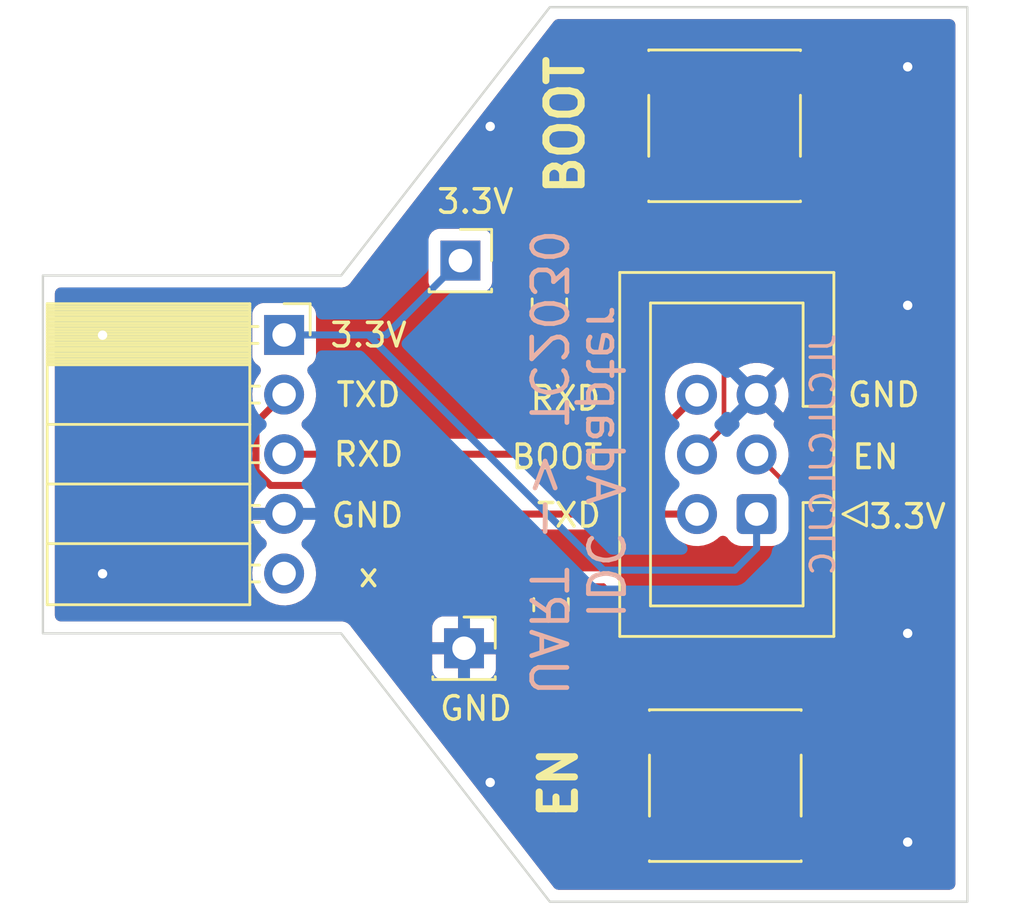
<source format=kicad_pcb>
(kicad_pcb (version 20211014) (generator pcbnew)
  (layers (0 "F.Cu" signal) (31 "B.Cu" signal) (34 "B.Paste" user) (35 "F.Paste" user) (36 "B.SilkS" user "B.Silkscreen") (37 "F.SilkS" user "F.Silkscreen") (38 "B.Mask" user) (39 "F.Mask" user) (44 "Edge.Cuts" user))
  (net 0 "")
  (net 1 "EN")
  (net 2 "BOOT")
  (net 3 "+3.3V")
  (net 4 "TXD")
  (net 5 "RXD")
  (net 6 "GND")
  (footprint "Connector_PinSocket_2.54mm:PinSocket_1x01_P2.54mm_Vertical" (layer "F.Cu") (at 132.235 89.535)
    (fp_text reference "GND" (at 0.508 2.564) (layer "F.SilkS"))
    (fp_text value "Conn_01x01_Female")
    (fp_line (start 1.33 -1.33) (end 1.33 0) (layer "F.SilkS") (width 0.12))
    (fp_line (start -1.33 1.33) (end 1.33 1.33) (layer "F.SilkS") (width 0.12))
    (fp_line (start 0 -1.33) (end 1.33 -1.33) (layer "F.SilkS") (width 0.12))
    (fp_line (start 1.33 1.21) (end 1.33 1.33) (layer "F.SilkS") (width 0.12))
    (fp_line (start -1.33 1.21) (end -1.33 1.33) (layer "F.SilkS") (width 0.12))
    (pad "1" thru_hole rect (at 0 0) (size 1.7 1.7) (drill 1) (layers *.Cu *.Mask) (net 6 "GND"))
  )
  (footprint "Button_Switch_SMD:SW_Push_1P1T_NO_6x6mm_H9.5mm" (layer "F.Cu") (at 143.3632 95.3834)
    (fp_text reference "EN" (at -7.104601 -0.121 90) (layer "F.SilkS") (effects (font (size 1.5 1.5) (thickness 0.3))))
    (fp_text value "SW_Push_Dual")
    (fp_line (start -3.23 -1.3) (end -3.23 1.3) (layer "F.SilkS") (width 0.12))
    (fp_line (start -3.23 3.23) (end 3.23 3.23) (layer "F.SilkS") (width 0.12))
    (fp_line (start -3.23 -3.2) (end -3.23 -3.23) (layer "F.SilkS") (width 0.12))
    (fp_line (start 3.23 -1.3) (end 3.23 1.3) (layer "F.SilkS") (width 0.12))
    (fp_line (start -3.23 -3.23) (end 3.23 -3.23) (layer "F.SilkS") (width 0.12))
    (fp_line (start 3.23 -3.23) (end 3.23 -3.2) (layer "F.SilkS") (width 0.12))
    (fp_line (start -3.23 3.23) (end -3.23 3.2) (layer "F.SilkS") (width 0.12))
    (fp_line (start 3.23 3.23) (end 3.23 3.2) (layer "F.SilkS") (width 0.12))
    (pad "1" smd rect (at 3.975 -2.25) (size 1.55 1.3) (layers "F.Cu" "F.Paste" "F.Mask") (net 1 "EN"))
    (pad "1" smd rect (at -3.975 -2.25) (size 1.55 1.3) (layers "F.Cu" "F.Paste" "F.Mask") (net 1 "EN"))
    (pad "2" smd rect (at -3.975 2.25) (size 1.55 1.3) (layers "F.Cu" "F.Paste" "F.Mask") (net 6 "GND"))
    (pad "2" smd rect (at 3.975 2.25) (size 1.55 1.3) (layers "F.Cu" "F.Paste" "F.Mask") (net 6 "GND"))
  )
  (footprint "Capacitor_SMD:C_0805_2012Metric" (layer "F.Cu") (at 135.872 74.914 90)
    (fp_text reference "C2" hide)
    (fp_text value "100nF")
    (fp_line (start -0.261252 -0.735) (end 0.261252 -0.735) (layer "F.SilkS") (width 0.12))
    (fp_line (start -0.261252 0.735) (end 0.261252 0.735) (layer "F.SilkS") (width 0.12))
    (pad "1" smd roundrect (at -0.95 0 90) (size 1 1.45) (layers "F.Cu" "F.Paste" "F.Mask") (net 2 "BOOT"))
    (pad "2" smd roundrect (at 0.95 0 90) (size 1 1.45) (layers "F.Cu" "F.Paste" "F.Mask") (net 6 "GND"))
  )
  (footprint "Button_Switch_SMD:SW_Push_1P1T_NO_6x6mm_H9.5mm" (layer "F.Cu") (at 143.3328 67.2828)
    (fp_text reference "BOOT" (at -6.789 -0.0302 90) (layer "F.SilkS") (effects (font (size 1.5 1.5) (thickness 0.3))))
    (fp_text value "SW_Push_Dual")
    (fp_line (start -3.23 3.23) (end -3.23 3.2) (layer "F.SilkS") (width 0.12))
    (fp_line (start -3.23 -3.2) (end -3.23 -3.23) (layer "F.SilkS") (width 0.12))
    (fp_line (start 3.23 3.23) (end 3.23 3.2) (layer "F.SilkS") (width 0.12))
    (fp_line (start -3.23 -3.23) (end 3.23 -3.23) (layer "F.SilkS") (width 0.12))
    (fp_line (start -3.23 -1.3) (end -3.23 1.3) (layer "F.SilkS") (width 0.12))
    (fp_line (start 3.23 -1.3) (end 3.23 1.3) (layer "F.SilkS") (width 0.12))
    (fp_line (start 3.23 -3.23) (end 3.23 -3.2) (layer "F.SilkS") (width 0.12))
    (fp_line (start -3.23 3.23) (end 3.23 3.23) (layer "F.SilkS") (width 0.12))
    (pad "1" smd rect (at 3.975 -2.25) (size 1.55 1.3) (layers "F.Cu" "F.Paste" "F.Mask") (net 2 "BOOT"))
    (pad "1" smd rect (at -3.975 -2.25) (size 1.55 1.3) (layers "F.Cu" "F.Paste" "F.Mask") (net 2 "BOOT"))
    (pad "2" smd rect (at 3.975 2.25) (size 1.55 1.3) (layers "F.Cu" "F.Paste" "F.Mask") (net 6 "GND"))
    (pad "2" smd rect (at -3.975 2.25) (size 1.55 1.3) (layers "F.Cu" "F.Paste" "F.Mask") (net 6 "GND"))
  )
  (footprint "Capacitor_SMD:C_0805_2012Metric" (layer "F.Cu") (at 135.9408 87.6808 -90)
    (fp_text reference "C1" hide)
    (fp_text value "100nF")
    (fp_line (start -0.261252 0.735) (end 0.261252 0.735) (layer "F.SilkS") (width 0.12))
    (fp_line (start -0.261252 -0.735) (end 0.261252 -0.735) (layer "F.SilkS") (width 0.12))
    (pad "1" smd roundrect (at -0.95 0 270) (size 1 1.45) (layers "F.Cu" "F.Paste" "F.Mask") (net 1 "EN"))
    (pad "2" smd roundrect (at 0.95 0 270) (size 1 1.45) (layers "F.Cu" "F.Paste" "F.Mask") (net 6 "GND"))
  )
  (footprint "Connector_PinSocket_2.54mm:PinSocket_1x05_P2.54mm_Horizontal" (layer "F.Cu") (at 124.5724 76.19)
    (fp_text reference "J1" hide)
    (fp_text value "Conn_01x05_Female")
    (fp_line (start -1.46 -1.33) (end -1.46 11.49) (layer "F.SilkS") (width 0.12))
    (fp_line (start -10.09 1.1519) (end -1.46 1.1519) (layer "F.SilkS") (width 0.12))
    (fp_line (start -10.09 -1.33) (end -1.46 -1.33) (layer "F.SilkS") (width 0.12))
    (fp_line (start -1.46 -0.36) (end -1.11 -0.36) (layer "F.SilkS") (width 0.12))
    (fp_line (start -10.09 0.20714) (end -1.46 0.20714) (layer "F.SilkS") (width 0.12))
    (fp_line (start -10.09 0.089045) (end -1.46 0.089045) (layer "F.SilkS") (width 0.12))
    (fp_line (start -10.09 -1.091905) (end -1.46 -1.091905) (layer "F.SilkS") (width 0.12))
    (fp_line (start -10.09 6.35) (end -1.46 6.35) (layer "F.SilkS") (width 0.12))
    (fp_line (start -1.46 2.9) (end -1.05 2.9) (layer "F.SilkS") (width 0.12))
    (fp_line (start -10.09 0.561425) (end -1.46 0.561425) (layer "F.SilkS") (width 0.12))
    (fp_line (start -10.09 -0.383335) (end -1.46 -0.383335) (layer "F.SilkS") (width 0.12))
    (fp_line (start -10.09 8.89) (end -1.46 8.89) (layer "F.SilkS") (width 0.12))
    (fp_line (start -1.46 7.98) (end -1.05 7.98) (layer "F.SilkS") (width 0.12))
    (fp_line (start -10.09 0.44333) (end -1.46 0.44333) (layer "F.SilkS") (width 0.12))
    (fp_line (start -10.09 1.033805) (end -1.46 1.033805) (layer "F.SilkS") (width 0.12))
    (fp_line (start -10.09 3.81) (end -1.46 3.81) (layer "F.SilkS") (width 0.12))
    (fp_line (start -10.09 -0.50143) (end -1.46 -0.50143) (layer "F.SilkS") (width 0.12))
    (fp_line (start -10.09 -0.619525) (end -1.46 -0.619525) (layer "F.SilkS") (width 0.12))
    (fp_line (start -10.09 0.797615) (end -1.46 0.797615) (layer "F.SilkS") (width 0.12))
    (fp_line (start -1.46 9.8) (end -1.05 9.8) (layer "F.SilkS") (width 0.12))
    (fp_line (start -10.09 -0.26524) (end -1.46 -0.26524) (layer "F.SilkS") (width 0.12))
    (fp_line (start -10.09 11.49) (end -1.46 11.49) (layer "F.SilkS") (width 0.12))
    (fp_line (start -10.09 1.27) (end -1.46 1.27) (layer "F.SilkS") (width 0.12))
    (fp_line (start 1.11 -1.33) (end 1.11 0) (layer "F.SilkS") (width 0.12))
    (fp_line (start -10.09 -0.73762) (end -1.46 -0.73762) (layer "F.SilkS") (width 0.12))
    (fp_line (start -10.09 -0.97381) (end -1.46 -0.97381) (layer "F.SilkS") (width 0.12))
    (fp_line (start 0 -1.33) (end 1.11 -1.33) (layer "F.SilkS") (width 0.12))
    (fp_line (start -10.09 0.325235) (end -1.46 0.325235) (layer "F.SilkS") (width 0.12))
    (fp_line (start -1.46 5.44) (end -1.05 5.44) (layer "F.SilkS") (width 0.12))
    (fp_line (start -1.46 4.72) (end -1.05 4.72) (layer "F.SilkS") (width 0.12))
    (fp_line (start -10.09 0.67952) (end -1.46 0.67952) (layer "F.SilkS") (width 0.12))
    (fp_line (start -10.09 -0.02905) (end -1.46 -0.02905) (layer "F.SilkS") (width 0.12))
    (fp_line (start -10.09 -0.147145) (end -1.46 -0.147145) (layer "F.SilkS") (width 0.12))
    (fp_line (start -1.46 7.26) (end -1.05 7.26) (layer "F.SilkS") (width 0.12))
    (fp_line (start -1.46 2.18) (end -1.05 2.18) (layer "F.SilkS") (width 0.12))
    (fp_line (start -1.46 10.52) (end -1.05 10.52) (layer "F.SilkS") (width 0.12))
    (fp_line (start -10.09 -0.855715) (end -1.46 -0.855715) (layer "F.SilkS") (width 0.12))
    (fp_line (start -10.09 -1.21) (end -1.46 -1.21) (layer "F.SilkS") (width 0.12))
    (fp_line (start -10.09 0.91571) (end -1.46 0.91571) (layer "F.SilkS") (width 0.12))
    (fp_line (start -10.09 -1.33) (end -10.09 11.49) (layer "F.SilkS") (width 0.12))
    (fp_line (start -1.46 0.36) (end -1.11 0.36) (layer "F.SilkS") (width 0.12))
    (pad "1" thru_hole rect (at 0 0) (size 1.7 1.7) (drill 1) (layers *.Cu *.Mask) (net 3 "+3.3V"))
    (pad "2" thru_hole oval (at 0 2.54) (size 1.7 1.7) (drill 1) (layers *.Cu *.Mask) (net 4 "TXD"))
    (pad "3" thru_hole oval (at 0 5.08) (size 1.7 1.7) (drill 1) (layers *.Cu *.Mask) (net 5 "RXD"))
    (pad "4" thru_hole oval (at 0 7.62) (size 1.7 1.7) (drill 1) (layers *.Cu *.Mask) (net 6 "GND"))
    (pad "5" thru_hole oval (at 0 10.16) (size 1.7 1.7) (drill 1) (layers *.Cu *.Mask))
  )
  (footprint "Connector_IDC:IDC-Header_2x03_P2.54mm_Vertical" (layer "F.Cu") (at 144.6964 83.82 180)
    (fp_text reference "J2" hide)
    (fp_text value "Conn_02x03_Odd_Even" hide)
    (fp_line (start -1.98 -3.91) (end 4.52 -3.91) (layer "F.SilkS") (width 0.12))
    (fp_line (start -3.29 -5.21) (end 5.83 -5.21) (layer "F.SilkS") (width 0.12))
    (fp_line (start -3.68 0) (end -4.68 -0.5) (layer "F.SilkS") (width 0.12))
    (fp_line (start -1.98 8.99) (end -1.98 4.59) (layer "F.SilkS") (width 0.12))
    (fp_line (start -1.98 4.59) (end -3.29 4.59) (layer "F.SilkS") (width 0.12))
    (fp_line (start -3.29 10.29) (end -3.29 -5.21) (layer "F.SilkS") (width 0.12))
    (fp_line (start -3.29 0.49) (end -1.98 0.49) (layer "F.SilkS") (width 0.12))
    (fp_line (start -4.68 -0.5) (end -4.68 0.5) (layer "F.SilkS") (width 0.12))
    (fp_line (start 5.83 10.29) (end -3.29 10.29) (layer "F.SilkS") (width 0.12))
    (fp_line (start 4.52 8.99) (end -1.98 8.99) (layer "F.SilkS") (width 0.12))
    (fp_line (start -1.98 0.49) (end -1.98 -3.91) (layer "F.SilkS") (width 0.12))
    (fp_line (start 4.52 -3.91) (end 4.52 8.99) (layer "F.SilkS") (width 0.12))
    (fp_line (start -4.68 0.5) (end -3.68 0) (layer "F.SilkS") (width 0.12))
    (fp_line (start 5.83 -5.21) (end 5.83 10.29) (layer "F.SilkS") (width 0.12))
    (fp_line (start -1.98 4.59) (end -1.98 4.59) (layer "F.SilkS") (width 0.12))
    (pad "1" thru_hole roundrect locked (at 0 0 180) (size 1.7 1.7) (drill 1) (layers *.Cu *.Mask) (roundrect_rratio 0.1470588235) (net 3 "+3.3V"))
    (pad "2" thru_hole circle locked (at 2.54 0 180) (size 1.7 1.7) (drill 1) (layers *.Cu *.Mask) (net 4 "TXD"))
    (pad "3" thru_hole circle locked (at 0 2.54 180) (size 1.7 1.7) (drill 1) (layers *.Cu *.Mask) (net 1 "EN"))
    (pad "4" thru_hole circle locked (at 2.54 2.54 180) (size 1.7 1.7) (drill 1) (layers *.Cu *.Mask) (net 2 "BOOT"))
    (pad "5" thru_hole circle locked (at 0 5.08 180) (size 1.7 1.7) (drill 1) (layers *.Cu *.Mask) (net 6 "GND"))
    (pad "6" thru_hole circle locked (at 2.54 5.08 180) (size 1.7 1.7) (drill 1) (layers *.Cu *.Mask) (net 5 "RXD"))
  )
  (footprint "Connector_PinSocket_2.54mm:PinSocket_1x01_P2.54mm_Vertical" (layer "F.Cu") (at 132.08 73.025)
    (fp_text reference "3.3V" (at 0.635 -2.516) (layer "F.SilkS"))
    (fp_text value "Conn_01x01_Female")
    (fp_line (start -1.33 1.21) (end -1.33 1.33) (layer "F.SilkS") (width 0.12))
    (fp_line (start 1.33 -1.33) (end 1.33 0) (layer "F.SilkS") (width 0.12))
    (fp_line (start 0 -1.33) (end 1.33 -1.33) (layer "F.SilkS") (width 0.12))
    (fp_line (start -1.33 1.33) (end 1.33 1.33) (layer "F.SilkS") (width 0.12))
    (fp_line (start 1.33 1.21) (end 1.33 1.33) (layer "F.SilkS") (width 0.12))
    (pad "1" thru_hole rect (at 0 0) (size 1.7 1.7) (drill 1) (layers *.Cu *.Mask) (net 3 "+3.3V"))
  )
  (gr_poly (pts (xy 153.67 100.33) (xy 135.89 100.33) (xy 127 88.9) (xy 114.3 88.9) (xy 114.3 73.66) (xy 127 73.66) (xy 135.89 62.23) (xy 153.67 62.23)) (layer "Edge.Cuts") (width 0.1) (fill none))
  (gr_text "IDC Adapter\nUART -> TC2030" (at 137.0076 81.6356 -90) (layer "B.SilkS") (effects (font (size 1.5 1.5) (thickness 0.2)) (justify mirror)))
  (gr_text "JLCJLCJLCJLC" (at 147.5232 81.28 90) (layer "B.SilkS") (effects (font (size 1 1)) (justify mirror)))
  (gr_text "TXD" (at 128.1684 78.74) (layer "F.SilkS") (effects (font (size 1 1))))
  (gr_text "3.3V" (at 128.1684 76.2) (layer "F.SilkS") (effects (font (size 1 1))))
  (gr_text "RXD" (at 128.1684 81.28) (layer "F.SilkS") (effects (font (size 1 1))))
  (gr_text "GND" (at 128.1176 83.8708) (layer "F.SilkS") (effects (font (size 1 1))))
  (gr_text "3.3V" (at 151.13 83.9216) (layer "F.SilkS") (effects (font (size 1 1))))
  (gr_text "BOOT" (at 136.1948 81.3816) (layer "F.SilkS") (effects (font (size 1 1))))
  (gr_text "RXD" (at 136.5504 78.8924) (layer "F.SilkS") (effects (font (size 1 1))))
  (gr_text "EN" (at 149.7584 81.3816) (layer "F.SilkS") (effects (font (size 1 1))))
  (gr_text "x" (at 128.1684 86.4108) (layer "F.SilkS") (effects (font (size 1 1))))
  (gr_text "GND" (at 150.114 78.74) (layer "F.SilkS") (effects (font (size 1 1))))
  (gr_text "TXD" (at 136.7028 83.8708) (layer "F.SilkS") (effects (font (size 1 1))))
  (segment (start 138.176 86.868) (end 136.078 86.868) (width 0.2) (layer "F.Cu") (net 1))
  (segment (start 136.078 86.868) (end 135.9408 86.7308) (width 0.2) (layer "F.Cu") (net 1))
  (segment (start 146.558 83.1416) (end 146.558 87.122) (width 0.2) (layer "F.Cu") (net 1))
  (segment (start 139.446 88.138) (end 138.176 86.868) (width 0.2) (layer "F.Cu") (net 1))
  (segment (start 146.558 87.122) (end 145.5998 88.0802) (width 0.2) (layer "F.Cu") (net 1))
  (segment (start 147.3382 93.1334) (end 139.3882 93.1334) (width 0.2) (layer "F.Cu") (net 1))
  (segment (start 144.6964 81.28) (end 146.558 83.1416) (width 0.2) (layer "F.Cu") (net 1))
  (segment (start 139.3882 93.1334) (end 139.3882 88.0802) (width 0.2) (layer "F.Cu") (net 1))
  (segment (start 145.5998 88.0802) (end 139.3882 88.0802) (width 0.2) (layer "F.Cu") (net 1))
  (segment (start 139.3578 65.0328) (end 142.24 67.915) (width 0.2) (layer "F.Cu") (net 2))
  (segment (start 142.24 75.528) (end 141.904 75.864) (width 0.2) (layer "F.Cu") (net 2))
  (segment (start 142.1564 81.28) (end 143.3064 80.13) (width 0.2) (layer "F.Cu") (net 2))
  (segment (start 142.24 67.915) (end 143.2075 67.915) (width 0.2) (layer "F.Cu") (net 2))
  (segment (start 143.3064 80.13) (end 143.3064 77.2664) (width 0.2) (layer "F.Cu") (net 2))
  (segment (start 142.24 67.915) (end 142.24 75.528) (width 0.2) (layer "F.Cu") (net 2))
  (segment (start 146.0897 65.0328) (end 147.3078 65.0328) (width 0.2) (layer "F.Cu") (net 2))
  (segment (start 143.3064 77.2664) (end 141.904 75.864) (width 0.2) (layer "F.Cu") (net 2))
  (segment (start 143.2075 67.915) (end 146.0897 65.0328) (width 0.2) (layer "F.Cu") (net 2))
  (segment (start 141.904 75.864) (end 135.872 75.864) (width 0.2) (layer "F.Cu") (net 2))
  (segment (start 128.1584 76.19) (end 138.176 86.2076) (width 0.3) (layer "B.Cu") (net 3))
  (segment (start 138.176 86.2076) (end 143.764 86.2076) (width 0.3) (layer "B.Cu") (net 3))
  (segment (start 143.764 86.2076) (end 144.6964 85.2752) (width 0.3) (layer "B.Cu") (net 3))
  (segment (start 128.915 76.19) (end 132.08 73.025) (width 0.3) (layer "B.Cu") (net 3))
  (segment (start 124.5724 76.19) (end 128.1584 76.19) (width 0.3) (layer "B.Cu") (net 3))
  (segment (start 144.6964 85.2752) (end 144.6964 83.82) (width 0.3) (layer "B.Cu") (net 3))
  (segment (start 128.1584 76.19) (end 128.915 76.19) (width 0.3) (layer "B.Cu") (net 3))
  (segment (start 125.603 82.6008) (end 126.8222 83.82) (width 0.3) (layer "F.Cu") (net 4))
  (segment (start 126.8222 83.82) (end 142.1564 83.82) (width 0.3) (layer "F.Cu") (net 4))
  (segment (start 124.0028 82.6008) (end 125.603 82.6008) (width 0.3) (layer "F.Cu") (net 4))
  (segment (start 123.3724 79.93) (end 123.3724 81.9704) (width 0.3) (layer "F.Cu") (net 4))
  (segment (start 124.5724 78.73) (end 123.3724 79.93) (width 0.3) (layer "F.Cu") (net 4))
  (segment (start 123.3724 81.9704) (end 124.0028 82.6008) (width 0.3) (layer "F.Cu") (net 4))
  (segment (start 139.6264 81.27) (end 142.1564 78.74) (width 0.3) (layer "F.Cu") (net 5))
  (segment (start 124.5724 81.27) (end 139.6264 81.27) (width 0.3) (layer "F.Cu") (net 5))
  (via (at 116.84 86.36) (size 0.8) (drill 0.4) (layers "F.Cu" "B.Cu") (net 6))
  (via (at 151.13 88.9) (size 0.8) (drill 0.4) (layers "F.Cu" "B.Cu") (net 6))
  (via (at 151.13 64.77) (size 0.8) (drill 0.4) (layers "F.Cu" "B.Cu") (net 6))
  (via (at 133.35 95.25) (size 0.8) (drill 0.4) (layers "F.Cu" "B.Cu") (net 6))
  (via (at 116.84 76.2) (size 0.8) (drill 0.4) (layers "F.Cu" "B.Cu") (net 6))
  (via (at 151.13 74.93) (size 0.8) (drill 0.4) (layers "F.Cu" "B.Cu") (net 6))
  (via (at 151.13 97.79) (size 0.8) (drill 0.4) (layers "F.Cu" "B.Cu") (net 6))
  (via (at 133.35 67.31) (size 0.8) (drill 0.4) (layers "F.Cu" "B.Cu") (net 6))
  (zone (net 6) (net_name "GND") (layers F&B.Cu) (connect_pads (clearance 0.508)) (min_thickness 0.508) (fill yes (thermal_gap 0.508) (thermal_bridge_width 0.508))
    (polygon (pts (xy 156.1084 100.6348) (xy 113.382 100.6348) (xy 113.382 61.9252) (xy 156.1084 61.9252)))
  )
)
</source>
